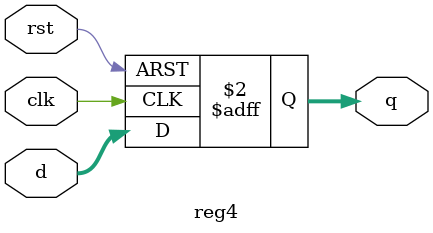
<source format=v>
module reg4(
    input [3:0]d,
    input clk,
    input rst,
    output reg [3:0]q
);

always @(posedge clk, posedge rst) 
begin
    if(rst)
        q <= 4'b0000;
    else
        q <= d;    
end

endmodule
</source>
